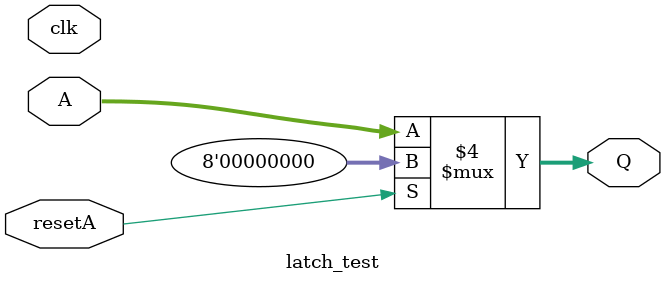
<source format=v>
module latch_test(

	input wire [7:0] A,
	input wire resetA,
	input wire clk,
	output reg [7:0] Q);

	always @(*) begin
	
		if (resetA == 0) //Copy A into Q when reset is 0
			Q <=  A;          
	                    
		else                
			Q <=  8'b00000000;
	end
	
endmodule
</source>
